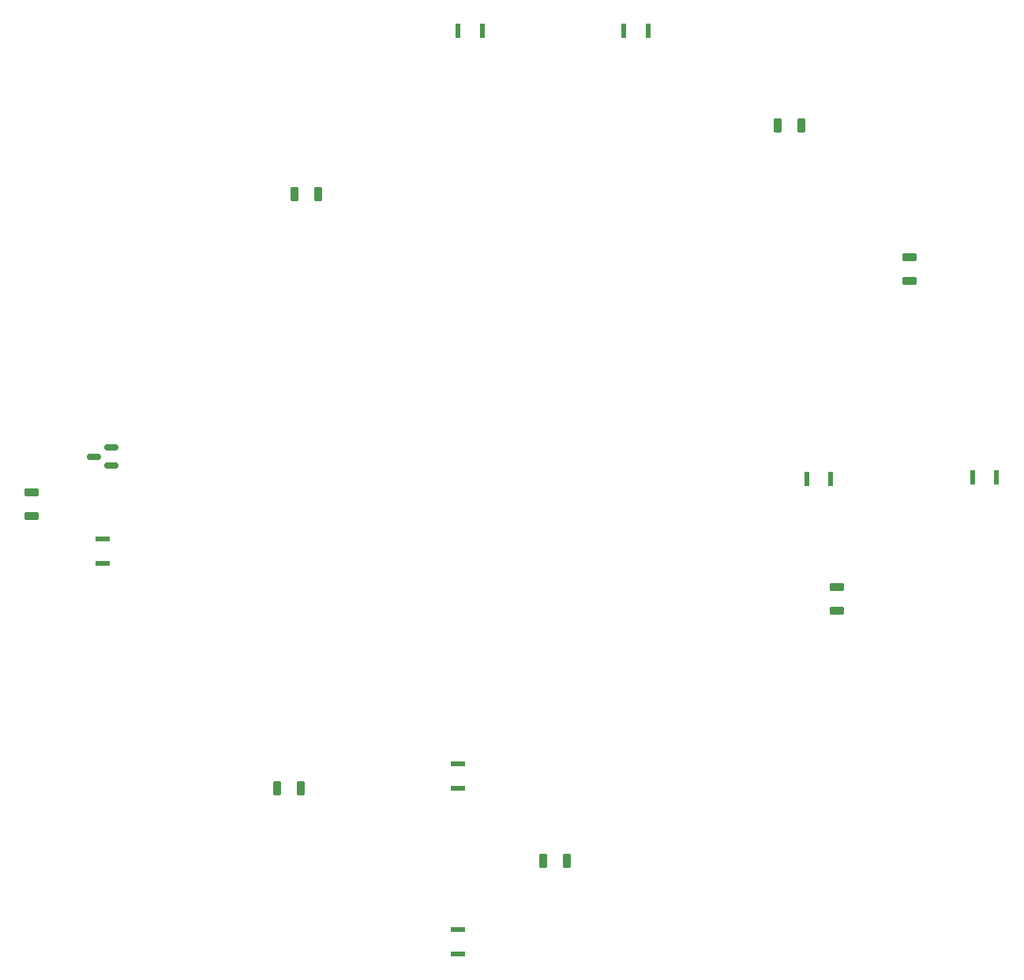
<source format=gbr>
%TF.GenerationSoftware,KiCad,Pcbnew,(6.0.0)*%
%TF.CreationDate,2023-03-29T15:00:35+03:00*%
%TF.ProjectId,shema,7368656d-612e-46b6-9963-61645f706362,rev?*%
%TF.SameCoordinates,Original*%
%TF.FileFunction,Paste,Top*%
%TF.FilePolarity,Positive*%
%FSLAX46Y46*%
G04 Gerber Fmt 4.6, Leading zero omitted, Abs format (unit mm)*
G04 Created by KiCad (PCBNEW (6.0.0)) date 2023-03-29 15:00:35*
%MOMM*%
%LPD*%
G01*
G04 APERTURE LIST*
G04 Aperture macros list*
%AMRoundRect*
0 Rectangle with rounded corners*
0 $1 Rounding radius*
0 $2 $3 $4 $5 $6 $7 $8 $9 X,Y pos of 4 corners*
0 Add a 4 corners polygon primitive as box body*
4,1,4,$2,$3,$4,$5,$6,$7,$8,$9,$2,$3,0*
0 Add four circle primitives for the rounded corners*
1,1,$1+$1,$2,$3*
1,1,$1+$1,$4,$5*
1,1,$1+$1,$6,$7*
1,1,$1+$1,$8,$9*
0 Add four rect primitives between the rounded corners*
20,1,$1+$1,$2,$3,$4,$5,0*
20,1,$1+$1,$4,$5,$6,$7,0*
20,1,$1+$1,$6,$7,$8,$9,0*
20,1,$1+$1,$8,$9,$2,$3,0*%
G04 Aperture macros list end*
%ADD10RoundRect,0.200000X-0.200000X-0.600000X0.200000X-0.600000X0.200000X0.600000X-0.200000X0.600000X0*%
%ADD11R,1.600000X0.500000*%
%ADD12RoundRect,0.200000X0.600000X-0.200000X0.600000X0.200000X-0.600000X0.200000X-0.600000X-0.200000X0*%
%ADD13RoundRect,0.150000X0.587500X0.150000X-0.587500X0.150000X-0.587500X-0.150000X0.587500X-0.150000X0*%
%ADD14R,0.500000X1.600000*%
%ADD15R,1.500000X0.600000*%
%ADD16R,0.600000X1.500000*%
G04 APERTURE END LIST*
D10*
%TO.C,SW2*%
X147541428Y-60720000D03*
X145001428Y-60720000D03*
%TD*%
D11*
%TO.C,R8*%
X124460000Y-97760000D03*
X124460000Y-100360000D03*
%TD*%
D12*
%TO.C,SW3*%
X203200000Y-105410000D03*
X203200000Y-102870000D03*
%TD*%
D11*
%TO.C,R5*%
X162560000Y-124490000D03*
X162560000Y-121890000D03*
%TD*%
D12*
%TO.C,J1*%
X116840000Y-95250000D03*
X116840000Y-92710000D03*
%TD*%
D13*
%TO.C,Q1*%
X125397500Y-89850000D03*
X125397500Y-87950000D03*
X123522500Y-88900000D03*
%TD*%
D14*
%TO.C,R7*%
X199920000Y-91300000D03*
X202520000Y-91300000D03*
%TD*%
D10*
%TO.C,J3*%
X199390000Y-53340000D03*
X196850000Y-53340000D03*
%TD*%
D12*
%TO.C,J4*%
X210940000Y-70090000D03*
X210940000Y-67550000D03*
%TD*%
D10*
%TO.C,J2*%
X171690000Y-132320000D03*
X174230000Y-132320000D03*
%TD*%
%TO.C,SW1*%
X143110000Y-124460000D03*
X145650000Y-124460000D03*
%TD*%
D15*
%TO.C,D1*%
X162560000Y-139670000D03*
X162560000Y-142270000D03*
%TD*%
D14*
%TO.C,R6*%
X180310000Y-43180000D03*
X182910000Y-43180000D03*
%TD*%
D16*
%TO.C,D2*%
X165130000Y-43180000D03*
X162530000Y-43180000D03*
%TD*%
%TO.C,D3*%
X220300000Y-91180000D03*
X217700000Y-91180000D03*
%TD*%
M02*

</source>
